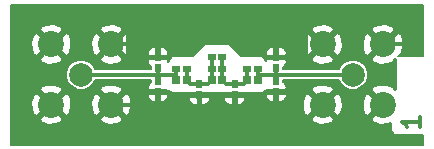
<source format=gtl>
G04 #@! TF.FileFunction,Copper,L1,Top,Signal*
%FSLAX46Y46*%
G04 Gerber Fmt 4.6, Leading zero omitted, Abs format (unit mm)*
G04 Created by KiCad (PCBNEW (2015-02-20 BZR 5435)-product) date Sun 22 Feb 2015 03:58:16 PM EST*
%MOMM*%
G01*
G04 APERTURE LIST*
%ADD10C,0.100000*%
%ADD11C,0.300000*%
%ADD12C,2.000000*%
%ADD13C,2.200000*%
%ADD14R,0.650000X0.600000*%
%ADD15R,0.600000X0.650000*%
%ADD16R,0.650000X0.700000*%
%ADD17C,0.600000*%
%ADD18C,0.341000*%
%ADD19C,0.150000*%
G04 APERTURE END LIST*
D10*
D11*
X132678571Y-79571428D02*
X132678571Y-80428571D01*
X132678571Y-79999999D02*
X131178571Y-79999999D01*
X131392857Y-80142856D01*
X131535714Y-80285714D01*
X131607143Y-80428571D01*
D12*
X104000000Y-76000000D03*
D13*
X101450000Y-73450000D03*
X106550000Y-73450000D03*
X101450000Y-78550000D03*
X106550000Y-78550000D03*
D12*
X127000000Y-76000000D03*
D13*
X124450000Y-73450000D03*
X129550000Y-73450000D03*
X124450000Y-78550000D03*
X129550000Y-78550000D03*
D14*
X115950000Y-75500000D03*
X115050000Y-75500000D03*
X112950000Y-75500000D03*
X112050000Y-75500000D03*
X115950000Y-74500000D03*
X115050000Y-74500000D03*
X118950000Y-75500000D03*
X118050000Y-75500000D03*
D15*
X110500000Y-75450000D03*
X110500000Y-74550000D03*
X110500000Y-76550000D03*
X110500000Y-77450000D03*
X114000000Y-76800000D03*
X114000000Y-77700000D03*
X117000000Y-76800000D03*
X117000000Y-77700000D03*
X120500000Y-75450000D03*
X120500000Y-74550000D03*
X120500000Y-76550000D03*
X120500000Y-77450000D03*
D16*
X112950000Y-76500000D03*
X112050000Y-76500000D03*
X115950000Y-76500000D03*
X115050000Y-76500000D03*
X118950000Y-76500000D03*
X118050000Y-76500000D03*
D17*
X99000000Y-81000000D03*
X102000000Y-81000000D03*
X105000000Y-81000000D03*
X108000000Y-81000000D03*
X111000000Y-81000000D03*
X114000000Y-81000000D03*
X117000000Y-81000000D03*
X120000000Y-81000000D03*
X123000000Y-81000000D03*
X126000000Y-81000000D03*
X129000000Y-81000000D03*
X132000000Y-71000000D03*
X129000000Y-71000000D03*
X126000000Y-71000000D03*
X123000000Y-71000000D03*
X120000000Y-71000000D03*
X117000000Y-71000000D03*
X114000000Y-71000000D03*
X111000000Y-71000000D03*
X108000000Y-71000000D03*
X105000000Y-71000000D03*
X105000000Y-71000000D03*
X102000000Y-71000000D03*
X99000000Y-71000000D03*
X99000000Y-76000000D03*
X111000000Y-73000000D03*
X114000000Y-73000000D03*
X117000000Y-73000000D03*
X120000000Y-73000000D03*
X111000000Y-79000000D03*
X114000000Y-79000000D03*
X117000000Y-79000000D03*
X120000000Y-79000000D03*
X108000000Y-75000000D03*
X108000000Y-77000000D03*
X123000000Y-75000000D03*
X123000000Y-77000000D03*
X132000000Y-73750000D03*
X130250000Y-81000000D03*
D18*
X116250000Y-76800000D02*
X115950000Y-76500000D01*
X117000000Y-76800000D02*
X116250000Y-76800000D01*
X115950000Y-76500000D02*
X115950000Y-75500000D01*
X115950000Y-75500000D02*
X115950000Y-74500000D01*
X117750000Y-76800000D02*
X118050000Y-76500000D01*
X117000000Y-76800000D02*
X117750000Y-76800000D01*
X118050000Y-76500000D02*
X118050000Y-75500000D01*
X112950000Y-75500000D02*
X112950000Y-76500000D01*
X113250000Y-76800000D02*
X112950000Y-76500000D01*
X114000000Y-76800000D02*
X113250000Y-76800000D01*
X114750000Y-76800000D02*
X115050000Y-76500000D01*
X114000000Y-76800000D02*
X114750000Y-76800000D01*
X115050000Y-76500000D02*
X115050000Y-75500000D01*
X115050000Y-75500000D02*
X115050000Y-74500000D01*
X112011064Y-76000000D02*
X112050000Y-75961064D01*
X112050000Y-75961064D02*
X112050000Y-76500000D01*
X112050000Y-75500000D02*
X112050000Y-75961064D01*
X110500000Y-75983435D02*
X110483435Y-76000000D01*
X110500000Y-75450000D02*
X110500000Y-75983435D01*
X110483435Y-76000000D02*
X112011064Y-76000000D01*
X104000000Y-76000000D02*
X110483435Y-76000000D01*
X110500000Y-76016565D02*
X110483435Y-76000000D01*
X110500000Y-76550000D02*
X110500000Y-76016565D01*
X120504868Y-76000000D02*
X120500000Y-76004868D01*
X127000000Y-76000000D02*
X120504868Y-76000000D01*
X120500000Y-76004868D02*
X120500000Y-76550000D01*
X120500000Y-75450000D02*
X120500000Y-76004868D01*
X118971414Y-76000000D02*
X118950000Y-75978586D01*
X127000000Y-76000000D02*
X118971414Y-76000000D01*
X118950000Y-75978586D02*
X118950000Y-76500000D01*
X118950000Y-75500000D02*
X118950000Y-75978586D01*
X101450000Y-78550000D02*
X99000000Y-81000000D01*
X99000000Y-81000000D02*
X102000000Y-81000000D01*
X102000000Y-81000000D02*
X105000000Y-81000000D01*
X105000000Y-81000000D02*
X108000000Y-81000000D01*
X108000000Y-81000000D02*
X111000000Y-81000000D01*
X111000000Y-81000000D02*
X114000000Y-81000000D01*
X114000000Y-81000000D02*
X117000000Y-81000000D01*
X117000000Y-81000000D02*
X120000000Y-81000000D01*
X120000000Y-81000000D02*
X123000000Y-81000000D01*
X123000000Y-81000000D02*
X126000000Y-81000000D01*
X126000000Y-81000000D02*
X129000000Y-81000000D01*
X129000000Y-71000000D02*
X126000000Y-71000000D01*
X123000000Y-71000000D02*
X120000000Y-71000000D01*
X117000000Y-71000000D02*
X114000000Y-71000000D01*
X111000000Y-71000000D02*
X108000000Y-71000000D01*
X105000000Y-71000000D02*
X102000000Y-71000000D01*
X99000000Y-71000000D02*
X99000000Y-76000000D01*
X110550000Y-73450000D02*
X111000000Y-73000000D01*
X106550000Y-73450000D02*
X110550000Y-73450000D01*
X114000000Y-73000000D02*
X117000000Y-73000000D01*
X110550000Y-78550000D02*
X111000000Y-79000000D01*
X106550000Y-78550000D02*
X110550000Y-78550000D01*
X114000000Y-79000000D02*
X117000000Y-79000000D01*
X108000000Y-71000000D02*
X108000000Y-75000000D01*
X123000000Y-71000000D02*
X123000000Y-75000000D01*
X131889115Y-73450000D02*
X132000000Y-73339115D01*
X129550000Y-73450000D02*
X131889115Y-73450000D01*
X132000000Y-73339115D02*
X132000000Y-71000000D01*
X132000000Y-73750000D02*
X132000000Y-73339115D01*
X130250000Y-81000000D02*
X129000000Y-81000000D01*
D19*
G36*
X132925000Y-81925000D02*
X126151243Y-81925000D01*
X126151243Y-78774346D01*
X126107597Y-78106231D01*
X125935890Y-77691694D01*
X125679649Y-77573495D01*
X125426505Y-77826639D01*
X125426505Y-77320351D01*
X125308306Y-77064110D01*
X124674346Y-76848757D01*
X124006231Y-76892403D01*
X123591694Y-77064110D01*
X123473495Y-77320351D01*
X124450000Y-78296856D01*
X125426505Y-77320351D01*
X125426505Y-77826639D01*
X124703144Y-78550000D01*
X125679649Y-79526505D01*
X125935890Y-79408306D01*
X126151243Y-78774346D01*
X126151243Y-81925000D01*
X125426505Y-81925000D01*
X125426505Y-79779649D01*
X124450000Y-78803144D01*
X124196856Y-79056288D01*
X124196856Y-78550000D01*
X123220351Y-77573495D01*
X122964110Y-77691694D01*
X122748757Y-78325654D01*
X122792403Y-78993769D01*
X122964110Y-79408306D01*
X123220351Y-79526505D01*
X124196856Y-78550000D01*
X124196856Y-79056288D01*
X123473495Y-79779649D01*
X123591694Y-80035890D01*
X124225654Y-80251243D01*
X124893769Y-80207597D01*
X125308306Y-80035890D01*
X125426505Y-79779649D01*
X125426505Y-81925000D01*
X121383000Y-81925000D01*
X121383000Y-77890966D01*
X121383000Y-77758250D01*
X121237250Y-77612500D01*
X120650000Y-77612500D01*
X120650000Y-78212250D01*
X120795750Y-78358000D01*
X120915966Y-78358000D01*
X121130243Y-78269244D01*
X121294244Y-78105243D01*
X121383000Y-77890966D01*
X121383000Y-81925000D01*
X120350000Y-81925000D01*
X120350000Y-78212250D01*
X120350000Y-77612500D01*
X119762750Y-77612500D01*
X119617000Y-77758250D01*
X119617000Y-77890966D01*
X119705756Y-78105243D01*
X119869757Y-78269244D01*
X120084034Y-78358000D01*
X120204250Y-78358000D01*
X120350000Y-78212250D01*
X120350000Y-81925000D01*
X117883000Y-81925000D01*
X117883000Y-78140966D01*
X117883000Y-78008250D01*
X117737250Y-77862500D01*
X117150000Y-77862500D01*
X117150000Y-78462250D01*
X117295750Y-78608000D01*
X117415966Y-78608000D01*
X117630243Y-78519244D01*
X117794244Y-78355243D01*
X117883000Y-78140966D01*
X117883000Y-81925000D01*
X116850000Y-81925000D01*
X116850000Y-78462250D01*
X116850000Y-77862500D01*
X116262750Y-77862500D01*
X116117000Y-78008250D01*
X116117000Y-78140966D01*
X116205756Y-78355243D01*
X116369757Y-78519244D01*
X116584034Y-78608000D01*
X116704250Y-78608000D01*
X116850000Y-78462250D01*
X116850000Y-81925000D01*
X114883000Y-81925000D01*
X114883000Y-78140966D01*
X114883000Y-78008250D01*
X114737250Y-77862500D01*
X114150000Y-77862500D01*
X114150000Y-78462250D01*
X114295750Y-78608000D01*
X114415966Y-78608000D01*
X114630243Y-78519244D01*
X114794244Y-78355243D01*
X114883000Y-78140966D01*
X114883000Y-81925000D01*
X113850000Y-81925000D01*
X113850000Y-78462250D01*
X113850000Y-77862500D01*
X113262750Y-77862500D01*
X113117000Y-78008250D01*
X113117000Y-78140966D01*
X113205756Y-78355243D01*
X113369757Y-78519244D01*
X113584034Y-78608000D01*
X113704250Y-78608000D01*
X113850000Y-78462250D01*
X113850000Y-81925000D01*
X111383000Y-81925000D01*
X111383000Y-77890966D01*
X111383000Y-77758250D01*
X111237250Y-77612500D01*
X110650000Y-77612500D01*
X110650000Y-78212250D01*
X110795750Y-78358000D01*
X110915966Y-78358000D01*
X111130243Y-78269244D01*
X111294244Y-78105243D01*
X111383000Y-77890966D01*
X111383000Y-81925000D01*
X110350000Y-81925000D01*
X110350000Y-78212250D01*
X110350000Y-77612500D01*
X109762750Y-77612500D01*
X109617000Y-77758250D01*
X109617000Y-77890966D01*
X109705756Y-78105243D01*
X109869757Y-78269244D01*
X110084034Y-78358000D01*
X110204250Y-78358000D01*
X110350000Y-78212250D01*
X110350000Y-81925000D01*
X108251243Y-81925000D01*
X108251243Y-78774346D01*
X108207597Y-78106231D01*
X108035890Y-77691694D01*
X107779649Y-77573495D01*
X107526505Y-77826639D01*
X107526505Y-77320351D01*
X107408306Y-77064110D01*
X106774346Y-76848757D01*
X106106231Y-76892403D01*
X105691694Y-77064110D01*
X105573495Y-77320351D01*
X106550000Y-78296856D01*
X107526505Y-77320351D01*
X107526505Y-77826639D01*
X106803144Y-78550000D01*
X107779649Y-79526505D01*
X108035890Y-79408306D01*
X108251243Y-78774346D01*
X108251243Y-81925000D01*
X107526505Y-81925000D01*
X107526505Y-79779649D01*
X106550000Y-78803144D01*
X106296856Y-79056288D01*
X106296856Y-78550000D01*
X105320351Y-77573495D01*
X105064110Y-77691694D01*
X104848757Y-78325654D01*
X104892403Y-78993769D01*
X105064110Y-79408306D01*
X105320351Y-79526505D01*
X106296856Y-78550000D01*
X106296856Y-79056288D01*
X105573495Y-79779649D01*
X105691694Y-80035890D01*
X106325654Y-80251243D01*
X106993769Y-80207597D01*
X107408306Y-80035890D01*
X107526505Y-79779649D01*
X107526505Y-81925000D01*
X103151243Y-81925000D01*
X103151243Y-78774346D01*
X103107597Y-78106231D01*
X102935890Y-77691694D01*
X102679649Y-77573495D01*
X102426505Y-77826639D01*
X102426505Y-77320351D01*
X102426505Y-74679649D01*
X101450000Y-73703144D01*
X101196856Y-73956288D01*
X101196856Y-73450000D01*
X100220351Y-72473495D01*
X99964110Y-72591694D01*
X99748757Y-73225654D01*
X99792403Y-73893769D01*
X99964110Y-74308306D01*
X100220351Y-74426505D01*
X101196856Y-73450000D01*
X101196856Y-73956288D01*
X100473495Y-74679649D01*
X100591694Y-74935890D01*
X101225654Y-75151243D01*
X101893769Y-75107597D01*
X102308306Y-74935890D01*
X102426505Y-74679649D01*
X102426505Y-77320351D01*
X102308306Y-77064110D01*
X101674346Y-76848757D01*
X101006231Y-76892403D01*
X100591694Y-77064110D01*
X100473495Y-77320351D01*
X101450000Y-78296856D01*
X102426505Y-77320351D01*
X102426505Y-77826639D01*
X101703144Y-78550000D01*
X102679649Y-79526505D01*
X102935890Y-79408306D01*
X103151243Y-78774346D01*
X103151243Y-81925000D01*
X102426505Y-81925000D01*
X102426505Y-79779649D01*
X101450000Y-78803144D01*
X101196856Y-79056288D01*
X101196856Y-78550000D01*
X100220351Y-77573495D01*
X99964110Y-77691694D01*
X99748757Y-78325654D01*
X99792403Y-78993769D01*
X99964110Y-79408306D01*
X100220351Y-79526505D01*
X101196856Y-78550000D01*
X101196856Y-79056288D01*
X100473495Y-79779649D01*
X100591694Y-80035890D01*
X101225654Y-80251243D01*
X101893769Y-80207597D01*
X102308306Y-80035890D01*
X102426505Y-79779649D01*
X102426505Y-81925000D01*
X98075000Y-81925000D01*
X98075000Y-70500000D01*
X98075000Y-70075000D01*
X132925000Y-70075000D01*
X132925000Y-74425000D01*
X130782911Y-74425000D01*
X131035890Y-74308306D01*
X131251243Y-73674346D01*
X131207597Y-73006231D01*
X131035890Y-72591694D01*
X130779649Y-72473495D01*
X130526505Y-72726639D01*
X130526505Y-72220351D01*
X130408306Y-71964110D01*
X129774346Y-71748757D01*
X129106231Y-71792403D01*
X128691694Y-71964110D01*
X128573495Y-72220351D01*
X129550000Y-73196856D01*
X130526505Y-72220351D01*
X130526505Y-72726639D01*
X129803144Y-73450000D01*
X129817286Y-73464142D01*
X129564142Y-73717286D01*
X129550000Y-73703144D01*
X129296856Y-73956288D01*
X129296856Y-73450000D01*
X128320351Y-72473495D01*
X128064110Y-72591694D01*
X127848757Y-73225654D01*
X127892403Y-73893769D01*
X128064110Y-74308306D01*
X128320351Y-74426505D01*
X129296856Y-73450000D01*
X129296856Y-73956288D01*
X128573495Y-74679649D01*
X128691694Y-74935890D01*
X129325654Y-75151243D01*
X129993769Y-75107597D01*
X130408306Y-74935890D01*
X130526504Y-74679651D01*
X130526505Y-74679652D01*
X130635763Y-74788910D01*
X130675000Y-74749673D01*
X130675000Y-77250327D01*
X130635763Y-77211090D01*
X130526505Y-77320348D01*
X130526504Y-77320348D01*
X130408306Y-77064110D01*
X129774346Y-76848757D01*
X129106231Y-76892403D01*
X128691694Y-77064110D01*
X128573495Y-77320351D01*
X129550000Y-78296856D01*
X129564142Y-78282713D01*
X129817286Y-78535857D01*
X129803144Y-78550000D01*
X129817286Y-78564142D01*
X129564142Y-78817286D01*
X129550000Y-78803144D01*
X129296856Y-79056288D01*
X129296856Y-78550000D01*
X128320351Y-77573495D01*
X128275221Y-77594312D01*
X128275221Y-75747499D01*
X128081523Y-75278714D01*
X127723173Y-74919738D01*
X127254726Y-74725222D01*
X126747499Y-74724779D01*
X126278714Y-74918477D01*
X126151243Y-75045725D01*
X126151243Y-73674346D01*
X126107597Y-73006231D01*
X125935890Y-72591694D01*
X125679649Y-72473495D01*
X125426505Y-72726639D01*
X125426505Y-72220351D01*
X125308306Y-71964110D01*
X124674346Y-71748757D01*
X124006231Y-71792403D01*
X123591694Y-71964110D01*
X123473495Y-72220351D01*
X124450000Y-73196856D01*
X125426505Y-72220351D01*
X125426505Y-72726639D01*
X124703144Y-73450000D01*
X125679649Y-74426505D01*
X125935890Y-74308306D01*
X126151243Y-73674346D01*
X126151243Y-75045725D01*
X125919738Y-75276827D01*
X125804438Y-75554500D01*
X125426505Y-75554500D01*
X125426505Y-74679649D01*
X124450000Y-73703144D01*
X124196856Y-73956288D01*
X124196856Y-73450000D01*
X123220351Y-72473495D01*
X122964110Y-72591694D01*
X122748757Y-73225654D01*
X122792403Y-73893769D01*
X122964110Y-74308306D01*
X123220351Y-74426505D01*
X124196856Y-73450000D01*
X124196856Y-73956288D01*
X123473495Y-74679649D01*
X123591694Y-74935890D01*
X124225654Y-75151243D01*
X124893769Y-75107597D01*
X125308306Y-74935890D01*
X125426505Y-74679649D01*
X125426505Y-75554500D01*
X121080388Y-75554500D01*
X121080388Y-75389894D01*
X121130243Y-75369244D01*
X121294244Y-75205243D01*
X121383000Y-74990966D01*
X121383000Y-74858250D01*
X121383000Y-74241750D01*
X121383000Y-74109034D01*
X121294244Y-73894757D01*
X121130243Y-73730756D01*
X120915966Y-73642000D01*
X120795750Y-73642000D01*
X120650000Y-73787750D01*
X120650000Y-74387500D01*
X121237250Y-74387500D01*
X121383000Y-74241750D01*
X121383000Y-74858250D01*
X121237250Y-74712500D01*
X120650000Y-74712500D01*
X120650000Y-74749000D01*
X120350000Y-74749000D01*
X120350000Y-74712500D01*
X120350000Y-74387500D01*
X120350000Y-73787750D01*
X120204250Y-73642000D01*
X120084034Y-73642000D01*
X119869757Y-73730756D01*
X119705756Y-73894757D01*
X119617000Y-74109034D01*
X119617000Y-74241750D01*
X119762750Y-74387500D01*
X120350000Y-74387500D01*
X120350000Y-74712500D01*
X119762750Y-74712500D01*
X119617000Y-74858250D01*
X119617000Y-74864333D01*
X119287500Y-74425000D01*
X117531066Y-74425000D01*
X116531066Y-73425000D01*
X114468934Y-73425000D01*
X113468934Y-74425000D01*
X111709861Y-74425000D01*
X111383000Y-74915291D01*
X111383000Y-74858250D01*
X111383000Y-74241750D01*
X111383000Y-74109034D01*
X111294244Y-73894757D01*
X111130243Y-73730756D01*
X110915966Y-73642000D01*
X110795750Y-73642000D01*
X110650000Y-73787750D01*
X110650000Y-74387500D01*
X111237250Y-74387500D01*
X111383000Y-74241750D01*
X111383000Y-74858250D01*
X111237250Y-74712500D01*
X110650000Y-74712500D01*
X110650000Y-74749000D01*
X110350000Y-74749000D01*
X110350000Y-74712500D01*
X110350000Y-74387500D01*
X110350000Y-73787750D01*
X110204250Y-73642000D01*
X110084034Y-73642000D01*
X109869757Y-73730756D01*
X109705756Y-73894757D01*
X109617000Y-74109034D01*
X109617000Y-74241750D01*
X109762750Y-74387500D01*
X110350000Y-74387500D01*
X110350000Y-74712500D01*
X109762750Y-74712500D01*
X109617000Y-74858250D01*
X109617000Y-74990966D01*
X109705756Y-75205243D01*
X109869757Y-75369244D01*
X109919612Y-75389894D01*
X109919612Y-75554500D01*
X108251243Y-75554500D01*
X108251243Y-73674346D01*
X108207597Y-73006231D01*
X108035890Y-72591694D01*
X107779649Y-72473495D01*
X107526505Y-72726639D01*
X107526505Y-72220351D01*
X107408306Y-71964110D01*
X106774346Y-71748757D01*
X106106231Y-71792403D01*
X105691694Y-71964110D01*
X105573495Y-72220351D01*
X106550000Y-73196856D01*
X107526505Y-72220351D01*
X107526505Y-72726639D01*
X106803144Y-73450000D01*
X107779649Y-74426505D01*
X108035890Y-74308306D01*
X108251243Y-73674346D01*
X108251243Y-75554500D01*
X107526505Y-75554500D01*
X107526505Y-74679649D01*
X106550000Y-73703144D01*
X106296856Y-73956288D01*
X106296856Y-73450000D01*
X105320351Y-72473495D01*
X105064110Y-72591694D01*
X104848757Y-73225654D01*
X104892403Y-73893769D01*
X105064110Y-74308306D01*
X105320351Y-74426505D01*
X106296856Y-73450000D01*
X106296856Y-73956288D01*
X105573495Y-74679649D01*
X105691694Y-74935890D01*
X106325654Y-75151243D01*
X106993769Y-75107597D01*
X107408306Y-74935890D01*
X107526505Y-74679649D01*
X107526505Y-75554500D01*
X105195475Y-75554500D01*
X105081523Y-75278714D01*
X104723173Y-74919738D01*
X104254726Y-74725222D01*
X103747499Y-74724779D01*
X103278714Y-74918477D01*
X103151243Y-75045725D01*
X103151243Y-73674346D01*
X103107597Y-73006231D01*
X102935890Y-72591694D01*
X102679649Y-72473495D01*
X102426505Y-72726639D01*
X102426505Y-72220351D01*
X102308306Y-71964110D01*
X101674346Y-71748757D01*
X101006231Y-71792403D01*
X100591694Y-71964110D01*
X100473495Y-72220351D01*
X101450000Y-73196856D01*
X102426505Y-72220351D01*
X102426505Y-72726639D01*
X101703144Y-73450000D01*
X102679649Y-74426505D01*
X102935890Y-74308306D01*
X103151243Y-73674346D01*
X103151243Y-75045725D01*
X102919738Y-75276827D01*
X102725222Y-75745274D01*
X102724779Y-76252501D01*
X102918477Y-76721286D01*
X103276827Y-77080262D01*
X103745274Y-77274778D01*
X104252501Y-77275221D01*
X104721286Y-77081523D01*
X105080262Y-76723173D01*
X105195561Y-76445500D01*
X109919612Y-76445500D01*
X109919612Y-76610105D01*
X109869757Y-76630756D01*
X109705756Y-76794757D01*
X109617000Y-77009034D01*
X109617000Y-77141750D01*
X109762750Y-77287500D01*
X110350000Y-77287500D01*
X110350000Y-77251000D01*
X110650000Y-77251000D01*
X110650000Y-77287500D01*
X111157295Y-77287500D01*
X111732295Y-77575000D01*
X119272708Y-77575000D01*
X119739233Y-77263983D01*
X119762750Y-77287500D01*
X120350000Y-77287500D01*
X120350000Y-77251000D01*
X120650000Y-77251000D01*
X120650000Y-77287500D01*
X121237250Y-77287500D01*
X121383000Y-77141750D01*
X121383000Y-77009034D01*
X121294244Y-76794757D01*
X121130243Y-76630756D01*
X121080388Y-76610105D01*
X121080388Y-76445500D01*
X125804524Y-76445500D01*
X125918477Y-76721286D01*
X126276827Y-77080262D01*
X126745274Y-77274778D01*
X127252501Y-77275221D01*
X127721286Y-77081523D01*
X128080262Y-76723173D01*
X128274778Y-76254726D01*
X128275221Y-75747499D01*
X128275221Y-77594312D01*
X128064110Y-77691694D01*
X127848757Y-78325654D01*
X127892403Y-78993769D01*
X128064110Y-79408306D01*
X128320351Y-79526505D01*
X129296856Y-78550000D01*
X129296856Y-79056288D01*
X128573495Y-79779649D01*
X128691694Y-80035890D01*
X129325654Y-80251243D01*
X129993769Y-80207597D01*
X130225000Y-80111817D01*
X130225000Y-81139285D01*
X132925000Y-81139285D01*
X132925000Y-81925000D01*
X132925000Y-81925000D01*
G37*
X132925000Y-81925000D02*
X126151243Y-81925000D01*
X126151243Y-78774346D01*
X126107597Y-78106231D01*
X125935890Y-77691694D01*
X125679649Y-77573495D01*
X125426505Y-77826639D01*
X125426505Y-77320351D01*
X125308306Y-77064110D01*
X124674346Y-76848757D01*
X124006231Y-76892403D01*
X123591694Y-77064110D01*
X123473495Y-77320351D01*
X124450000Y-78296856D01*
X125426505Y-77320351D01*
X125426505Y-77826639D01*
X124703144Y-78550000D01*
X125679649Y-79526505D01*
X125935890Y-79408306D01*
X126151243Y-78774346D01*
X126151243Y-81925000D01*
X125426505Y-81925000D01*
X125426505Y-79779649D01*
X124450000Y-78803144D01*
X124196856Y-79056288D01*
X124196856Y-78550000D01*
X123220351Y-77573495D01*
X122964110Y-77691694D01*
X122748757Y-78325654D01*
X122792403Y-78993769D01*
X122964110Y-79408306D01*
X123220351Y-79526505D01*
X124196856Y-78550000D01*
X124196856Y-79056288D01*
X123473495Y-79779649D01*
X123591694Y-80035890D01*
X124225654Y-80251243D01*
X124893769Y-80207597D01*
X125308306Y-80035890D01*
X125426505Y-79779649D01*
X125426505Y-81925000D01*
X121383000Y-81925000D01*
X121383000Y-77890966D01*
X121383000Y-77758250D01*
X121237250Y-77612500D01*
X120650000Y-77612500D01*
X120650000Y-78212250D01*
X120795750Y-78358000D01*
X120915966Y-78358000D01*
X121130243Y-78269244D01*
X121294244Y-78105243D01*
X121383000Y-77890966D01*
X121383000Y-81925000D01*
X120350000Y-81925000D01*
X120350000Y-78212250D01*
X120350000Y-77612500D01*
X119762750Y-77612500D01*
X119617000Y-77758250D01*
X119617000Y-77890966D01*
X119705756Y-78105243D01*
X119869757Y-78269244D01*
X120084034Y-78358000D01*
X120204250Y-78358000D01*
X120350000Y-78212250D01*
X120350000Y-81925000D01*
X117883000Y-81925000D01*
X117883000Y-78140966D01*
X117883000Y-78008250D01*
X117737250Y-77862500D01*
X117150000Y-77862500D01*
X117150000Y-78462250D01*
X117295750Y-78608000D01*
X117415966Y-78608000D01*
X117630243Y-78519244D01*
X117794244Y-78355243D01*
X117883000Y-78140966D01*
X117883000Y-81925000D01*
X116850000Y-81925000D01*
X116850000Y-78462250D01*
X116850000Y-77862500D01*
X116262750Y-77862500D01*
X116117000Y-78008250D01*
X116117000Y-78140966D01*
X116205756Y-78355243D01*
X116369757Y-78519244D01*
X116584034Y-78608000D01*
X116704250Y-78608000D01*
X116850000Y-78462250D01*
X116850000Y-81925000D01*
X114883000Y-81925000D01*
X114883000Y-78140966D01*
X114883000Y-78008250D01*
X114737250Y-77862500D01*
X114150000Y-77862500D01*
X114150000Y-78462250D01*
X114295750Y-78608000D01*
X114415966Y-78608000D01*
X114630243Y-78519244D01*
X114794244Y-78355243D01*
X114883000Y-78140966D01*
X114883000Y-81925000D01*
X113850000Y-81925000D01*
X113850000Y-78462250D01*
X113850000Y-77862500D01*
X113262750Y-77862500D01*
X113117000Y-78008250D01*
X113117000Y-78140966D01*
X113205756Y-78355243D01*
X113369757Y-78519244D01*
X113584034Y-78608000D01*
X113704250Y-78608000D01*
X113850000Y-78462250D01*
X113850000Y-81925000D01*
X111383000Y-81925000D01*
X111383000Y-77890966D01*
X111383000Y-77758250D01*
X111237250Y-77612500D01*
X110650000Y-77612500D01*
X110650000Y-78212250D01*
X110795750Y-78358000D01*
X110915966Y-78358000D01*
X111130243Y-78269244D01*
X111294244Y-78105243D01*
X111383000Y-77890966D01*
X111383000Y-81925000D01*
X110350000Y-81925000D01*
X110350000Y-78212250D01*
X110350000Y-77612500D01*
X109762750Y-77612500D01*
X109617000Y-77758250D01*
X109617000Y-77890966D01*
X109705756Y-78105243D01*
X109869757Y-78269244D01*
X110084034Y-78358000D01*
X110204250Y-78358000D01*
X110350000Y-78212250D01*
X110350000Y-81925000D01*
X108251243Y-81925000D01*
X108251243Y-78774346D01*
X108207597Y-78106231D01*
X108035890Y-77691694D01*
X107779649Y-77573495D01*
X107526505Y-77826639D01*
X107526505Y-77320351D01*
X107408306Y-77064110D01*
X106774346Y-76848757D01*
X106106231Y-76892403D01*
X105691694Y-77064110D01*
X105573495Y-77320351D01*
X106550000Y-78296856D01*
X107526505Y-77320351D01*
X107526505Y-77826639D01*
X106803144Y-78550000D01*
X107779649Y-79526505D01*
X108035890Y-79408306D01*
X108251243Y-78774346D01*
X108251243Y-81925000D01*
X107526505Y-81925000D01*
X107526505Y-79779649D01*
X106550000Y-78803144D01*
X106296856Y-79056288D01*
X106296856Y-78550000D01*
X105320351Y-77573495D01*
X105064110Y-77691694D01*
X104848757Y-78325654D01*
X104892403Y-78993769D01*
X105064110Y-79408306D01*
X105320351Y-79526505D01*
X106296856Y-78550000D01*
X106296856Y-79056288D01*
X105573495Y-79779649D01*
X105691694Y-80035890D01*
X106325654Y-80251243D01*
X106993769Y-80207597D01*
X107408306Y-80035890D01*
X107526505Y-79779649D01*
X107526505Y-81925000D01*
X103151243Y-81925000D01*
X103151243Y-78774346D01*
X103107597Y-78106231D01*
X102935890Y-77691694D01*
X102679649Y-77573495D01*
X102426505Y-77826639D01*
X102426505Y-77320351D01*
X102426505Y-74679649D01*
X101450000Y-73703144D01*
X101196856Y-73956288D01*
X101196856Y-73450000D01*
X100220351Y-72473495D01*
X99964110Y-72591694D01*
X99748757Y-73225654D01*
X99792403Y-73893769D01*
X99964110Y-74308306D01*
X100220351Y-74426505D01*
X101196856Y-73450000D01*
X101196856Y-73956288D01*
X100473495Y-74679649D01*
X100591694Y-74935890D01*
X101225654Y-75151243D01*
X101893769Y-75107597D01*
X102308306Y-74935890D01*
X102426505Y-74679649D01*
X102426505Y-77320351D01*
X102308306Y-77064110D01*
X101674346Y-76848757D01*
X101006231Y-76892403D01*
X100591694Y-77064110D01*
X100473495Y-77320351D01*
X101450000Y-78296856D01*
X102426505Y-77320351D01*
X102426505Y-77826639D01*
X101703144Y-78550000D01*
X102679649Y-79526505D01*
X102935890Y-79408306D01*
X103151243Y-78774346D01*
X103151243Y-81925000D01*
X102426505Y-81925000D01*
X102426505Y-79779649D01*
X101450000Y-78803144D01*
X101196856Y-79056288D01*
X101196856Y-78550000D01*
X100220351Y-77573495D01*
X99964110Y-77691694D01*
X99748757Y-78325654D01*
X99792403Y-78993769D01*
X99964110Y-79408306D01*
X100220351Y-79526505D01*
X101196856Y-78550000D01*
X101196856Y-79056288D01*
X100473495Y-79779649D01*
X100591694Y-80035890D01*
X101225654Y-80251243D01*
X101893769Y-80207597D01*
X102308306Y-80035890D01*
X102426505Y-79779649D01*
X102426505Y-81925000D01*
X98075000Y-81925000D01*
X98075000Y-70500000D01*
X98075000Y-70075000D01*
X132925000Y-70075000D01*
X132925000Y-74425000D01*
X130782911Y-74425000D01*
X131035890Y-74308306D01*
X131251243Y-73674346D01*
X131207597Y-73006231D01*
X131035890Y-72591694D01*
X130779649Y-72473495D01*
X130526505Y-72726639D01*
X130526505Y-72220351D01*
X130408306Y-71964110D01*
X129774346Y-71748757D01*
X129106231Y-71792403D01*
X128691694Y-71964110D01*
X128573495Y-72220351D01*
X129550000Y-73196856D01*
X130526505Y-72220351D01*
X130526505Y-72726639D01*
X129803144Y-73450000D01*
X129817286Y-73464142D01*
X129564142Y-73717286D01*
X129550000Y-73703144D01*
X129296856Y-73956288D01*
X129296856Y-73450000D01*
X128320351Y-72473495D01*
X128064110Y-72591694D01*
X127848757Y-73225654D01*
X127892403Y-73893769D01*
X128064110Y-74308306D01*
X128320351Y-74426505D01*
X129296856Y-73450000D01*
X129296856Y-73956288D01*
X128573495Y-74679649D01*
X128691694Y-74935890D01*
X129325654Y-75151243D01*
X129993769Y-75107597D01*
X130408306Y-74935890D01*
X130526504Y-74679651D01*
X130526505Y-74679652D01*
X130635763Y-74788910D01*
X130675000Y-74749673D01*
X130675000Y-77250327D01*
X130635763Y-77211090D01*
X130526505Y-77320348D01*
X130526504Y-77320348D01*
X130408306Y-77064110D01*
X129774346Y-76848757D01*
X129106231Y-76892403D01*
X128691694Y-77064110D01*
X128573495Y-77320351D01*
X129550000Y-78296856D01*
X129564142Y-78282713D01*
X129817286Y-78535857D01*
X129803144Y-78550000D01*
X129817286Y-78564142D01*
X129564142Y-78817286D01*
X129550000Y-78803144D01*
X129296856Y-79056288D01*
X129296856Y-78550000D01*
X128320351Y-77573495D01*
X128275221Y-77594312D01*
X128275221Y-75747499D01*
X128081523Y-75278714D01*
X127723173Y-74919738D01*
X127254726Y-74725222D01*
X126747499Y-74724779D01*
X126278714Y-74918477D01*
X126151243Y-75045725D01*
X126151243Y-73674346D01*
X126107597Y-73006231D01*
X125935890Y-72591694D01*
X125679649Y-72473495D01*
X125426505Y-72726639D01*
X125426505Y-72220351D01*
X125308306Y-71964110D01*
X124674346Y-71748757D01*
X124006231Y-71792403D01*
X123591694Y-71964110D01*
X123473495Y-72220351D01*
X124450000Y-73196856D01*
X125426505Y-72220351D01*
X125426505Y-72726639D01*
X124703144Y-73450000D01*
X125679649Y-74426505D01*
X125935890Y-74308306D01*
X126151243Y-73674346D01*
X126151243Y-75045725D01*
X125919738Y-75276827D01*
X125804438Y-75554500D01*
X125426505Y-75554500D01*
X125426505Y-74679649D01*
X124450000Y-73703144D01*
X124196856Y-73956288D01*
X124196856Y-73450000D01*
X123220351Y-72473495D01*
X122964110Y-72591694D01*
X122748757Y-73225654D01*
X122792403Y-73893769D01*
X122964110Y-74308306D01*
X123220351Y-74426505D01*
X124196856Y-73450000D01*
X124196856Y-73956288D01*
X123473495Y-74679649D01*
X123591694Y-74935890D01*
X124225654Y-75151243D01*
X124893769Y-75107597D01*
X125308306Y-74935890D01*
X125426505Y-74679649D01*
X125426505Y-75554500D01*
X121080388Y-75554500D01*
X121080388Y-75389894D01*
X121130243Y-75369244D01*
X121294244Y-75205243D01*
X121383000Y-74990966D01*
X121383000Y-74858250D01*
X121383000Y-74241750D01*
X121383000Y-74109034D01*
X121294244Y-73894757D01*
X121130243Y-73730756D01*
X120915966Y-73642000D01*
X120795750Y-73642000D01*
X120650000Y-73787750D01*
X120650000Y-74387500D01*
X121237250Y-74387500D01*
X121383000Y-74241750D01*
X121383000Y-74858250D01*
X121237250Y-74712500D01*
X120650000Y-74712500D01*
X120650000Y-74749000D01*
X120350000Y-74749000D01*
X120350000Y-74712500D01*
X120350000Y-74387500D01*
X120350000Y-73787750D01*
X120204250Y-73642000D01*
X120084034Y-73642000D01*
X119869757Y-73730756D01*
X119705756Y-73894757D01*
X119617000Y-74109034D01*
X119617000Y-74241750D01*
X119762750Y-74387500D01*
X120350000Y-74387500D01*
X120350000Y-74712500D01*
X119762750Y-74712500D01*
X119617000Y-74858250D01*
X119617000Y-74864333D01*
X119287500Y-74425000D01*
X117531066Y-74425000D01*
X116531066Y-73425000D01*
X114468934Y-73425000D01*
X113468934Y-74425000D01*
X111709861Y-74425000D01*
X111383000Y-74915291D01*
X111383000Y-74858250D01*
X111383000Y-74241750D01*
X111383000Y-74109034D01*
X111294244Y-73894757D01*
X111130243Y-73730756D01*
X110915966Y-73642000D01*
X110795750Y-73642000D01*
X110650000Y-73787750D01*
X110650000Y-74387500D01*
X111237250Y-74387500D01*
X111383000Y-74241750D01*
X111383000Y-74858250D01*
X111237250Y-74712500D01*
X110650000Y-74712500D01*
X110650000Y-74749000D01*
X110350000Y-74749000D01*
X110350000Y-74712500D01*
X110350000Y-74387500D01*
X110350000Y-73787750D01*
X110204250Y-73642000D01*
X110084034Y-73642000D01*
X109869757Y-73730756D01*
X109705756Y-73894757D01*
X109617000Y-74109034D01*
X109617000Y-74241750D01*
X109762750Y-74387500D01*
X110350000Y-74387500D01*
X110350000Y-74712500D01*
X109762750Y-74712500D01*
X109617000Y-74858250D01*
X109617000Y-74990966D01*
X109705756Y-75205243D01*
X109869757Y-75369244D01*
X109919612Y-75389894D01*
X109919612Y-75554500D01*
X108251243Y-75554500D01*
X108251243Y-73674346D01*
X108207597Y-73006231D01*
X108035890Y-72591694D01*
X107779649Y-72473495D01*
X107526505Y-72726639D01*
X107526505Y-72220351D01*
X107408306Y-71964110D01*
X106774346Y-71748757D01*
X106106231Y-71792403D01*
X105691694Y-71964110D01*
X105573495Y-72220351D01*
X106550000Y-73196856D01*
X107526505Y-72220351D01*
X107526505Y-72726639D01*
X106803144Y-73450000D01*
X107779649Y-74426505D01*
X108035890Y-74308306D01*
X108251243Y-73674346D01*
X108251243Y-75554500D01*
X107526505Y-75554500D01*
X107526505Y-74679649D01*
X106550000Y-73703144D01*
X106296856Y-73956288D01*
X106296856Y-73450000D01*
X105320351Y-72473495D01*
X105064110Y-72591694D01*
X104848757Y-73225654D01*
X104892403Y-73893769D01*
X105064110Y-74308306D01*
X105320351Y-74426505D01*
X106296856Y-73450000D01*
X106296856Y-73956288D01*
X105573495Y-74679649D01*
X105691694Y-74935890D01*
X106325654Y-75151243D01*
X106993769Y-75107597D01*
X107408306Y-74935890D01*
X107526505Y-74679649D01*
X107526505Y-75554500D01*
X105195475Y-75554500D01*
X105081523Y-75278714D01*
X104723173Y-74919738D01*
X104254726Y-74725222D01*
X103747499Y-74724779D01*
X103278714Y-74918477D01*
X103151243Y-75045725D01*
X103151243Y-73674346D01*
X103107597Y-73006231D01*
X102935890Y-72591694D01*
X102679649Y-72473495D01*
X102426505Y-72726639D01*
X102426505Y-72220351D01*
X102308306Y-71964110D01*
X101674346Y-71748757D01*
X101006231Y-71792403D01*
X100591694Y-71964110D01*
X100473495Y-72220351D01*
X101450000Y-73196856D01*
X102426505Y-72220351D01*
X102426505Y-72726639D01*
X101703144Y-73450000D01*
X102679649Y-74426505D01*
X102935890Y-74308306D01*
X103151243Y-73674346D01*
X103151243Y-75045725D01*
X102919738Y-75276827D01*
X102725222Y-75745274D01*
X102724779Y-76252501D01*
X102918477Y-76721286D01*
X103276827Y-77080262D01*
X103745274Y-77274778D01*
X104252501Y-77275221D01*
X104721286Y-77081523D01*
X105080262Y-76723173D01*
X105195561Y-76445500D01*
X109919612Y-76445500D01*
X109919612Y-76610105D01*
X109869757Y-76630756D01*
X109705756Y-76794757D01*
X109617000Y-77009034D01*
X109617000Y-77141750D01*
X109762750Y-77287500D01*
X110350000Y-77287500D01*
X110350000Y-77251000D01*
X110650000Y-77251000D01*
X110650000Y-77287500D01*
X111157295Y-77287500D01*
X111732295Y-77575000D01*
X119272708Y-77575000D01*
X119739233Y-77263983D01*
X119762750Y-77287500D01*
X120350000Y-77287500D01*
X120350000Y-77251000D01*
X120650000Y-77251000D01*
X120650000Y-77287500D01*
X121237250Y-77287500D01*
X121383000Y-77141750D01*
X121383000Y-77009034D01*
X121294244Y-76794757D01*
X121130243Y-76630756D01*
X121080388Y-76610105D01*
X121080388Y-76445500D01*
X125804524Y-76445500D01*
X125918477Y-76721286D01*
X126276827Y-77080262D01*
X126745274Y-77274778D01*
X127252501Y-77275221D01*
X127721286Y-77081523D01*
X128080262Y-76723173D01*
X128274778Y-76254726D01*
X128275221Y-75747499D01*
X128275221Y-77594312D01*
X128064110Y-77691694D01*
X127848757Y-78325654D01*
X127892403Y-78993769D01*
X128064110Y-79408306D01*
X128320351Y-79526505D01*
X129296856Y-78550000D01*
X129296856Y-79056288D01*
X128573495Y-79779649D01*
X128691694Y-80035890D01*
X129325654Y-80251243D01*
X129993769Y-80207597D01*
X130225000Y-80111817D01*
X130225000Y-81139285D01*
X132925000Y-81139285D01*
X132925000Y-81925000D01*
M02*

</source>
